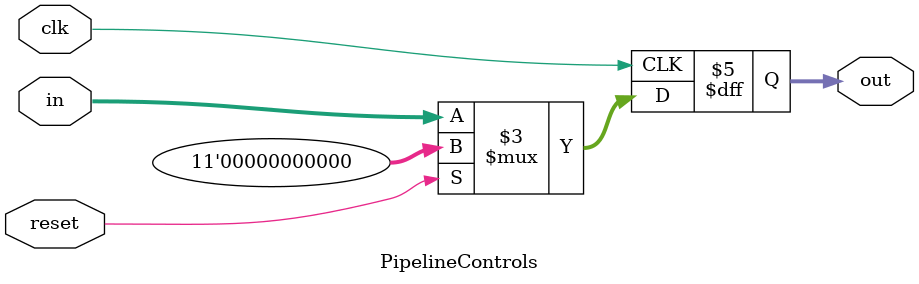
<source format=sv>
module PipelineRegister (in, out, clk, reset);
	
	output reg [31:0] out;
	input [31:0] in;
	input reset, clk;
	
	always @(posedge clk)
	if (reset)
		out <= 32'b0;
	else
		out <= in;

endmodule

module PipelineImm (in, out, clk, reset);
	
	output reg [15:0] out;
	input [15:0] in;
	input reset, clk;
	
	always @(posedge clk)
	if (reset)
		out <= 16'b0;
	else
		out <= in;

endmodule

module PipelineExecute (in, out, clk, reset);
	
	output reg [9:0] out;
	input [9:0] in;
	input reset, clk;
	
	always @(posedge clk)
	if (reset)
		out <= 10'b0;
	else
		out <= in;

endmodule

module PipelineMemory (in, out, clk, reset);
	
	output reg [7:0] out;
	input [7:0] in;
	input reset, clk;
	
	always @(posedge clk)
	if (reset)
		out <= 8'b0;
	else
		out <= in;

endmodule

module PipelineWrite (in, out, clk, reset);
	
	output reg [5:0] out;
	input [5:0] in;
	input reset, clk;
	
	always @(posedge clk)
	if (reset)
		out <= 6'b0;
	else
		out <= in;

endmodule

module PipelineRegControls (in, out, clk, reset);
	
	output reg [19:0] out;
	input [19:0] in;
	input reset, clk;
	
	always @(posedge clk)
	if (reset)
		out <= 20'b0;
	else
		out <= in;

endmodule

module PipelineControls (in, out, clk, reset);
	
	output reg [10:0] out;
	input [10:0] in;
	input reset, clk;
	
	always @(posedge clk)
	if (reset)
		out <= 11'b0;
	else
		out <= in;

endmodule

</source>
